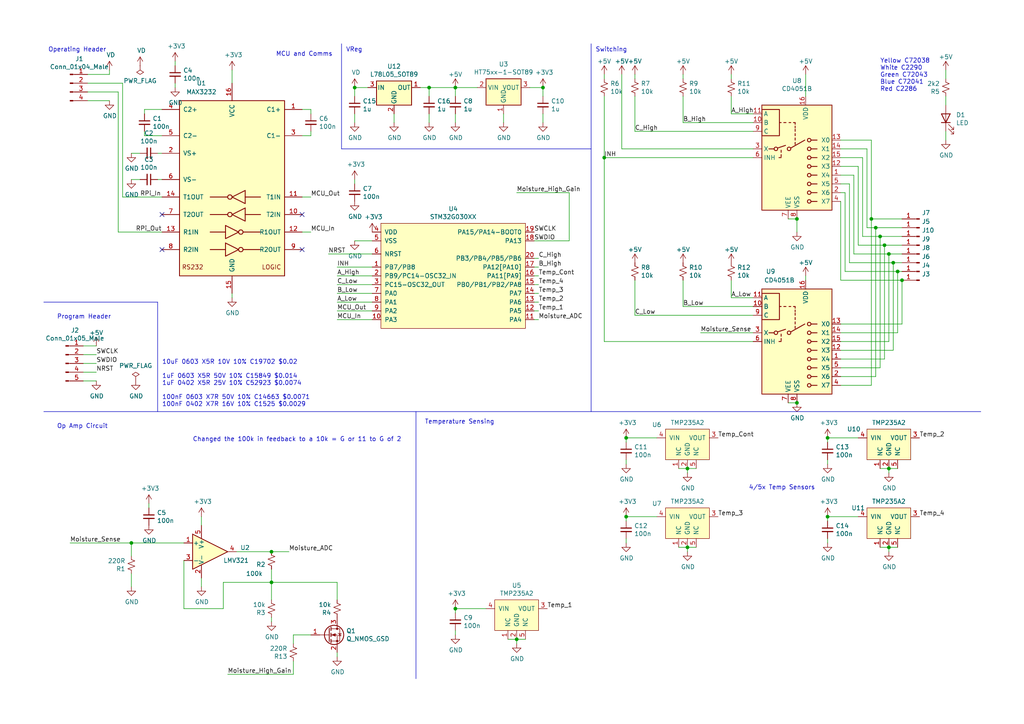
<source format=kicad_sch>
(kicad_sch (version 20230121) (generator eeschema)
  (paper "A4")
  (title_block (title "TempSpike") (date "2021-06-02") (rev "v0.01") (company "University of Cape Town") (comment 2 "If you would like support or to purchase, email") (comment 3 "@Contact: justin.pead@uct.ac.za") (comment 4 "@Author: Justin Pead"))
  (junction (at 257.81 158.75))
  (junction (at 199.39 158.75))
  (junction (at 259.08 76.2))
  (junction (at 132.08 25.4))
  (junction (at 240.03 149.86))
  (junction (at 38.1 157.48))
  (junction (at 231.14 116.84))
  (junction (at 78.74 168.91))
  (junction (at 257.81 135.89))
  (junction (at 132.08 176.53))
  (junction (at 260.35 78.74))
  (junction (at 254 66.04))
  (junction (at 149.86 185.42))
  (junction (at 175.26 45.72))
  (junction (at 181.61 149.86))
  (junction (at 240.03 127))
  (junction (at 199.39 135.89))
  (junction (at 102.87 25.4))
  (junction (at 78.74 160.02))
  (junction (at 231.14 63.5))
  (junction (at 124.46 25.4))
  (junction (at 181.61 127))
  (junction (at 157.48 25.4))
  (junction (at 255.27 68.58))
  (junction (at 252.73 63.5))
  (junction (at 257.81 73.66))
  (junction (at 256.54 71.12))
  (junction (at 261.62 81.28))
  (no_connect (at 87.63 72.39))
  (no_connect (at 46.99 62.23))
  (no_connect (at 87.63 62.23))
  (no_connect (at 46.99 72.39))
  (wire (pts (xy 165.1 69.85) (xy 154.94 69.85)))
  (wire (pts (xy 231.14 116.84) (xy 228.6 116.84)))
  (wire (pts (xy 78.74 168.91) (xy 78.74 165.1)))
  (wire (pts (xy 274.32 20.32) (xy 274.32 22.86)))
  (wire (pts (xy 257.81 99.06) (xy 257.81 73.66)))
  (wire (pts (xy 240.03 149.86) (xy 248.92 149.86)))
  (wire (pts (xy 243.84 99.06) (xy 257.81 99.06)))
  (wire (pts (xy 25.4 29.21) (xy 31.75 29.21)))
  (wire (pts (xy 251.46 66.04) (xy 251.46 43.18)))
  (wire (pts (xy 248.92 127) (xy 240.03 127)))
  (wire (pts (xy 181.61 151.13) (xy 181.61 149.86)))
  (wire (pts (xy 24.13 105.41) (xy 27.94 105.41)))
  (wire (pts (xy 87.63 39.37) (xy 90.17 39.37)))
  (wire (pts (xy 106.68 25.4) (xy 102.87 25.4)))
  (wire (pts (xy 124.46 27.94) (xy 124.46 25.4)))
  (wire (pts (xy 132.08 25.4) (xy 132.08 27.94)))
  (wire (pts (xy 248.92 48.26) (xy 243.84 48.26)))
  (wire (pts (xy 67.31 85.09) (xy 67.31 86.36)))
  (wire (pts (xy 34.29 67.31) (xy 46.99 67.31)))
  (wire (pts (xy 257.81 137.16) (xy 257.81 135.89)))
  (wire (pts (xy 240.03 156.21) (xy 240.03 157.48)))
  (wire (pts (xy 154.94 82.55) (xy 156.21 82.55)))
  (wire (pts (xy 87.63 57.15) (xy 90.17 57.15)))
  (wire (pts (xy 243.84 109.22) (xy 254 109.22)))
  (wire (pts (xy 255.27 158.75) (xy 257.81 158.75)))
  (wire (pts (xy 97.79 85.09) (xy 107.95 85.09)))
  (wire (pts (xy 31.75 21.59) (xy 31.75 20.32)))
  (wire (pts (xy 107.95 82.55) (xy 97.79 82.55)))
  (wire (pts (xy 245.11 55.88) (xy 243.84 55.88)))
  (wire (pts (xy 180.34 43.18) (xy 218.44 43.18)))
  (wire (pts (xy 90.17 39.37) (xy 90.17 38.1)))
  (wire (pts (xy 154.94 80.01) (xy 156.21 80.01)))
  (wire (pts (xy 233.68 27.94) (xy 233.68 21.59)))
  (wire (pts (xy 248.92 71.12) (xy 248.92 48.26)))
  (wire (pts (xy 181.61 133.35) (xy 181.61 134.62)))
  (wire (pts (xy 146.05 33.02) (xy 146.05 35.56)))
  (wire (pts (xy 257.81 158.75) (xy 260.35 158.75)))
  (polyline (pts (xy 99.06 43.18) (xy 171.45 43.18)))
  (wire (pts (xy 97.79 80.01) (xy 107.95 80.01)))
  (wire (pts (xy 252.73 111.76) (xy 252.73 63.5)))
  (wire (pts (xy 147.32 185.42) (xy 149.86 185.42)))
  (wire (pts (xy 184.15 81.28) (xy 184.15 91.44)))
  (wire (pts (xy 25.4 26.67) (xy 34.29 26.67)))
  (wire (pts (xy 50.8 19.05) (xy 50.8 17.78)))
  (wire (pts (xy 259.08 76.2) (xy 259.08 101.6)))
  (wire (pts (xy 240.03 127) (xy 240.03 128.27)))
  (wire (pts (xy 175.26 27.94) (xy 175.26 45.72)))
  (wire (pts (xy 90.17 33.02) (xy 90.17 31.75)))
  (wire (pts (xy 198.12 22.86) (xy 198.12 21.59)))
  (wire (pts (xy 251.46 66.04) (xy 254 66.04)))
  (wire (pts (xy 252.73 63.5) (xy 261.62 63.5)))
  (wire (pts (xy 246.38 53.34) (xy 243.84 53.34)))
  (wire (pts (xy 153.67 25.4) (xy 157.48 25.4)))
  (wire (pts (xy 255.27 135.89) (xy 257.81 135.89)))
  (wire (pts (xy 243.84 93.98) (xy 261.62 93.98)))
  (wire (pts (xy 107.95 77.47) (xy 97.79 77.47)))
  (wire (pts (xy 78.74 168.91) (xy 97.79 168.91)))
  (wire (pts (xy 274.32 38.1) (xy 274.32 40.64)))
  (wire (pts (xy 255.27 106.68) (xy 255.27 68.58)))
  (wire (pts (xy 199.39 135.89) (xy 201.93 135.89)))
  (wire (pts (xy 218.44 88.9) (xy 198.12 88.9)))
  (wire (pts (xy 46.99 39.37) (xy 41.91 39.37)))
  (wire (pts (xy 190.5 127) (xy 181.61 127)))
  (wire (pts (xy 38.1 170.18) (xy 38.1 166.37)))
  (wire (pts (xy 257.81 73.66) (xy 261.62 73.66)))
  (wire (pts (xy 245.11 78.74) (xy 245.11 55.88)))
  (wire (pts (xy 175.26 21.59) (xy 175.26 22.86)))
  (wire (pts (xy 260.35 96.52) (xy 260.35 78.74)))
  (wire (pts (xy 38.1 157.48) (xy 53.34 157.48)))
  (wire (pts (xy 43.18 146.05) (xy 43.18 147.32)))
  (wire (pts (xy 212.09 81.28) (xy 212.09 86.36)))
  (wire (pts (xy 41.91 31.75) (xy 46.99 31.75)))
  (wire (pts (xy 97.79 168.91) (xy 97.79 173.99)))
  (wire (pts (xy 198.12 35.56) (xy 198.12 27.94)))
  (wire (pts (xy 41.91 33.02) (xy 41.91 31.75)))
  (wire (pts (xy 157.48 27.94) (xy 157.48 25.4)))
  (wire (pts (xy 149.86 185.42) (xy 152.4 185.42)))
  (wire (pts (xy 157.48 35.56) (xy 157.48 33.02)))
  (wire (pts (xy 257.81 135.89) (xy 260.35 135.89)))
  (wire (pts (xy 46.99 57.15) (xy 35.56 57.15)))
  (wire (pts (xy 102.87 52.07) (xy 102.87 53.34)))
  (wire (pts (xy 124.46 35.56) (xy 124.46 33.02)))
  (wire (pts (xy 252.73 63.5) (xy 252.73 40.64)))
  (wire (pts (xy 85.09 186.69) (xy 85.09 184.15)))
  (wire (pts (xy 154.94 90.17) (xy 156.21 90.17)))
  (wire (pts (xy 212.09 21.59) (xy 212.09 22.86)))
  (wire (pts (xy 199.39 135.89) (xy 199.39 137.16)))
  (wire (pts (xy 78.74 173.99) (xy 78.74 168.91)))
  (wire (pts (xy 243.84 106.68) (xy 255.27 106.68)))
  (wire (pts (xy 45.72 44.45) (xy 46.99 44.45)))
  (wire (pts (xy 78.74 160.02) (xy 83.82 160.02)))
  (polyline (pts (xy 12.7 119.38) (xy 284.48 119.38)))
  (wire (pts (xy 58.42 149.86) (xy 58.42 152.4)))
  (wire (pts (xy 243.84 111.76) (xy 252.73 111.76)))
  (wire (pts (xy 154.94 85.09) (xy 156.21 85.09)))
  (wire (pts (xy 246.38 76.2) (xy 259.08 76.2)))
  (wire (pts (xy 35.56 57.15) (xy 35.56 24.13)))
  (wire (pts (xy 228.6 63.5) (xy 231.14 63.5)))
  (polyline (pts (xy 45.72 87.63) (xy 45.72 119.38)))
  (wire (pts (xy 254 109.22) (xy 254 66.04)))
  (wire (pts (xy 212.09 86.36) (xy 218.44 86.36)))
  (wire (pts (xy 20.32 157.48) (xy 38.1 157.48)))
  (wire (pts (xy 190.5 149.86) (xy 181.61 149.86)))
  (wire (pts (xy 254 66.04) (xy 261.62 66.04)))
  (wire (pts (xy 24.13 100.33) (xy 27.94 100.33)))
  (wire (pts (xy 85.09 195.58) (xy 85.09 191.77)))
  (wire (pts (xy 260.35 78.74) (xy 245.11 78.74)))
  (wire (pts (xy 102.87 69.85) (xy 107.95 69.85)))
  (wire (pts (xy 124.46 25.4) (xy 121.92 25.4)))
  (wire (pts (xy 175.26 45.72) (xy 218.44 45.72)))
  (wire (pts (xy 199.39 158.75) (xy 199.39 160.02)))
  (wire (pts (xy 198.12 88.9) (xy 198.12 81.28)))
  (wire (pts (xy 154.94 87.63) (xy 156.21 87.63)))
  (wire (pts (xy 243.84 104.14) (xy 256.54 104.14)))
  (wire (pts (xy 87.63 67.31) (xy 90.17 67.31)))
  (wire (pts (xy 58.42 167.64) (xy 58.42 170.18)))
  (wire (pts (xy 259.08 101.6) (xy 243.84 101.6)))
  (wire (pts (xy 50.8 24.13) (xy 50.8 25.4)))
  (wire (pts (xy 95.25 73.66) (xy 107.95 73.66)))
  (wire (pts (xy 66.04 195.58) (xy 85.09 195.58)))
  (wire (pts (xy 97.79 189.23) (xy 97.79 190.5)))
  (wire (pts (xy 199.39 158.75) (xy 201.93 158.75)))
  (wire (pts (xy 212.09 27.94) (xy 212.09 33.02)))
  (wire (pts (xy 243.84 81.28) (xy 243.84 58.42)))
  (wire (pts (xy 25.4 24.13) (xy 35.56 24.13)))
  (wire (pts (xy 149.86 185.42) (xy 149.86 186.69)))
  (wire (pts (xy 184.15 21.59) (xy 184.15 22.86)))
  (wire (pts (xy 154.94 77.47) (xy 156.21 77.47)))
  (wire (pts (xy 38.1 161.29) (xy 38.1 157.48)))
  (wire (pts (xy 90.17 184.15) (xy 85.09 184.15)))
  (wire (pts (xy 196.85 158.75) (xy 199.39 158.75)))
  (wire (pts (xy 64.77 176.53) (xy 64.77 168.91)))
  (wire (pts (xy 97.79 90.17) (xy 107.95 90.17)))
  (wire (pts (xy 261.62 81.28) (xy 261.62 93.98)))
  (wire (pts (xy 175.26 99.06) (xy 218.44 99.06)))
  (wire (pts (xy 107.95 92.71) (xy 97.79 92.71)))
  (wire (pts (xy 53.34 176.53) (xy 64.77 176.53)))
  (wire (pts (xy 24.13 110.49) (xy 27.94 110.49)))
  (polyline (pts (xy 120.65 119.38) (xy 120.65 196.85)))
  (wire (pts (xy 218.44 35.56) (xy 198.12 35.56)))
  (wire (pts (xy 231.14 67.31) (xy 231.14 63.5)))
  (wire (pts (xy 154.94 74.93) (xy 156.21 74.93)))
  (wire (pts (xy 67.31 20.32) (xy 67.31 24.13)))
  (wire (pts (xy 114.3 33.02) (xy 114.3 35.56)))
  (wire (pts (xy 46.99 52.07) (xy 45.72 52.07)))
  (wire (pts (xy 250.19 68.58) (xy 255.27 68.58)))
  (polyline (pts (xy 171.45 12.7) (xy 171.45 119.38)))
  (wire (pts (xy 196.85 135.89) (xy 199.39 135.89)))
  (wire (pts (xy 259.08 76.2) (xy 261.62 76.2)))
  (wire (pts (xy 247.65 50.8) (xy 243.84 50.8)))
  (wire (pts (xy 34.29 26.67) (xy 34.29 67.31)))
  (wire (pts (xy 64.77 168.91) (xy 78.74 168.91)))
  (wire (pts (xy 260.35 78.74) (xy 261.62 78.74)))
  (wire (pts (xy 140.97 176.53) (xy 132.08 176.53)))
  (wire (pts (xy 255.27 68.58) (xy 261.62 68.58)))
  (wire (pts (xy 102.87 25.4) (xy 102.87 27.94)))
  (wire (pts (xy 250.19 68.58) (xy 250.19 45.72)))
  (wire (pts (xy 149.86 55.88) (xy 165.1 55.88)))
  (wire (pts (xy 256.54 104.14) (xy 256.54 71.12)))
  (wire (pts (xy 132.08 182.88) (xy 132.08 184.15)))
  (wire (pts (xy 247.65 73.66) (xy 247.65 50.8)))
  (wire (pts (xy 165.1 55.88) (xy 165.1 69.85)))
  (polyline (pts (xy 12.7 87.63) (xy 45.72 87.63)))
  (wire (pts (xy 102.87 33.02) (xy 102.87 35.56)))
  (wire (pts (xy 252.73 40.64) (xy 243.84 40.64)))
  (wire (pts (xy 90.17 31.75) (xy 87.63 31.75)))
  (polyline (pts (xy 99.06 12.7) (xy 99.06 43.18)))
  (wire (pts (xy 246.38 76.2) (xy 246.38 53.34)))
  (wire (pts (xy 25.4 21.59) (xy 31.75 21.59)))
  (wire (pts (xy 132.08 33.02) (xy 132.08 35.56)))
  (wire (pts (xy 41.91 39.37) (xy 41.91 38.1)))
  (wire (pts (xy 132.08 25.4) (xy 138.43 25.4)))
  (wire (pts (xy 107.95 87.63) (xy 97.79 87.63)))
  (wire (pts (xy 257.81 158.75) (xy 257.81 160.02)))
  (wire (pts (xy 38.1 52.07) (xy 40.64 52.07)))
  (wire (pts (xy 256.54 71.12) (xy 261.62 71.12)))
  (wire (pts (xy 132.08 25.4) (xy 124.46 25.4)))
  (wire (pts (xy 38.1 44.45) (xy 40.64 44.45)))
  (wire (pts (xy 250.19 45.72) (xy 243.84 45.72)))
  (wire (pts (xy 212.09 33.02) (xy 218.44 33.02)))
  (wire (pts (xy 243.84 96.52) (xy 260.35 96.52)))
  (wire (pts (xy 180.34 21.59) (xy 180.34 43.18)))
  (wire (pts (xy 261.62 81.28) (xy 243.84 81.28)))
  (wire (pts (xy 257.81 73.66) (xy 247.65 73.66)))
  (wire (pts (xy 240.03 133.35) (xy 240.03 134.62)))
  (wire (pts (xy 218.44 96.52) (xy 203.2 96.52)))
  (wire (pts (xy 181.61 157.48) (xy 181.61 156.21)))
  (wire (pts (xy 181.61 127) (xy 181.61 128.27)))
  (wire (pts (xy 240.03 149.86) (xy 240.03 151.13)))
  (wire (pts (xy 24.13 102.87) (xy 27.94 102.87)))
  (wire (pts (xy 78.74 180.34) (xy 78.74 179.07)))
  (wire (pts (xy 184.15 38.1) (xy 218.44 38.1)))
  (wire (pts (xy 68.58 160.02) (xy 78.74 160.02)))
  (wire (pts (xy 274.32 27.94) (xy 274.32 30.48)))
  (wire (pts (xy 24.13 107.95) (xy 27.94 107.95)))
  (wire (pts (xy 53.34 162.56) (xy 53.34 176.53)))
  (wire (pts (xy 184.15 27.94) (xy 184.15 38.1)))
  (wire (pts (xy 184.15 91.44) (xy 218.44 91.44)))
  (wire (pts (xy 233.68 80.01) (xy 233.68 81.28)))
  (wire (pts (xy 132.08 176.53) (xy 132.08 177.8)))
  (wire (pts (xy 251.46 43.18) (xy 243.84 43.18)))
  (wire (pts (xy 248.92 71.12) (xy 256.54 71.12)))
  (wire (pts (xy 154.94 92.71) (xy 156.21 92.71)))
  (wire (pts (xy 175.26 45.72) (xy 175.26 99.06)))
  (text "4/5x Temp Sensors" (at 217.17 142.24 0) (effects (font (size 1.27 1.27)) (justify left bottom)))
  (text "Switching" (at 172.72 15.24 0) (effects (font (size 1.27 1.27)) (justify left bottom)))
  (text "10uF 0603 X5R 10V 10% C19702 $0.02\n\n1uF 0603 X5R 50V 10% C15849 $0.014\n1uF 0402 X5R 25V 10% C52923 $0.0074\n\n100nF 0603 X7R 50V 10% C14663 $0.0071\n100nF 0402 X7R 16V 10% C1525 $0.0029\n" (at 46.99 118.11 0) (effects (font (size 1.27 1.27)) (justify left bottom)))
  (text "Operating Header" (at 13.97 15.24 0) (effects (font (size 1.27 1.27)) (justify left bottom)))
  (text "Program Header" (at 16.51 92.71 0) (effects (font (size 1.27 1.27)) (justify left bottom)))
  (text "Changed the 100k in feedback to a 10k = G or 11 to G of 2" (at 55.88 128.27 0) (effects (font (size 1.27 1.27)) (justify left bottom)))
  (text "Yellow C72038\nWhite C2290\nGreen C72043\nBlue C72041\nRed C2286" (at 255.27 26.67 0) (effects (font (size 1.27 1.27)) (justify left bottom)))
  (text "Op Amp Circuit" (at 16.51 124.46 0) (effects (font (size 1.27 1.27)) (justify left bottom)))
  (text "Temperature Sensing" (at 123.19 123.19 0) (effects (font (size 1.27 1.27)) (justify left bottom)))
  (text "VReg" (at 100.33 15.24 0) (effects (font (size 1.27 1.27)) (justify left bottom)))
  (text "MCU and Comms" (at 80.01 16.51 0) (effects (font (size 1.27 1.27)) (justify left bottom)))
  (label "SWDIO" (at 27.94 105.41 0))
  (label "Moisture_Sense" (at 203.2 96.52 0))
  (label "A_Low" (at 212.09 86.36 0))
  (label "B_High" (at 198.12 35.56 0))
  (label "Temp_2" (at 266.7 127 0))
  (label "RPi_Out" (at 39.37 67.31 0))
  (label "Moisture_High_Gain" (at 66.04 195.58 0))
  (label "C_Low" (at 184.15 91.44 0))
  (label "B_Low" (at 198.12 88.9 0))
  (label "INH" (at 97.79 77.47 0))
  (label "Temp_4" (at 266.7 149.86 0))
  (label "Temp_4" (at 156.21 82.55 0))
  (label "C_Low" (at 97.79 82.55 0))
  (label "MCU_Out" (at 90.17 57.15 0))
  (label "MCU_Out" (at 97.79 90.17 0))
  (label "Moisture_Sense" (at 20.32 157.48 0))
  (label "Temp_3" (at 208.28 149.86 0))
  (label "NRST" (at 95.25 73.66 0))
  (label "MCU_In" (at 90.17 67.31 0))
  (label "INH" (at 175.26 45.72 0))
  (label "SWDIO" (at 154.94 69.85 0))
  (label "Temp_1" (at 158.75 176.53 0))
  (label "A_High" (at 97.79 80.01 0))
  (label "RPi_In" (at 40.64 57.15 0))
  (label "B_High" (at 156.21 77.47 0))
  (label "A_Low" (at 97.79 87.63 0))
  (label "Temp_1" (at 156.21 90.17 0))
  (label "Moisture_ADC" (at 83.82 160.02 0))
  (label "A_High" (at 212.09 33.02 0))
  (label "C_High" (at 184.15 38.1 0))
  (label "B_Low" (at 97.79 85.09 0))
  (label "Temp_2" (at 156.21 87.63 0))
  (label "MCU_In" (at 97.79 92.71 0))
  (label "NRST" (at 27.94 107.95 0))
  (label "Temp_3" (at 156.21 85.09 0))
  (label "Moisture_High_Gain" (at 149.86 55.88 0))
  (label "Temp_Cont" (at 156.21 80.01 0))
  (label "C_High" (at 156.21 74.93 0))
  (label "Temp_Cont" (at 208.28 127 0))
  (label "SWCLK" (at 27.94 102.87 0))
  (label "Moisture_ADC" (at 156.21 92.71 0))
  (label "SWCLK" (at 154.94 67.31 0))
  (symbol (lib_id "Interface_UART:MAX3232") (at 67.31 54.61 0) (mirror y) (unit 1)
    (property "Reference" "U1" (at 58.42 24.13 0))
    (property "Value" "MAX3232" (at 58.42 26.67 0))
    (property "Footprint" "Package_SO:SOIC-16_3.9x9.9mm_P1.27mm" (effects hide))
    (property "Datasheet" "https://datasheets.maximintegrated.com/en/ds/MAX3222-MAX3241.pdf" (effects hide))
    (property "LCSC" "C7258" (effects hide))
    (property "Extended" "1" (effects hide))
    (property "Populate" "1" (effects hide))
    (property "Price" "1.15" (effects hide))
  )
  (symbol (lib_id "Analog_Switch:CD4051B") (at 231.14 99.06 0) (unit 1)
    (property "Reference" "U9" (at 223.52 78.74 0))
    (property "Value" "CD4051B" (at 226.06 81.28 0))
    (property "Footprint" "Package_SO:SOIC-16_3.9x9.9mm_P1.27mm" (effects hide))
    (property "Datasheet" "http://www.ti.com/lit/ds/symlink/cd4052b.pdf" (effects hide))
    (property "LCSC" "C21379" (effects hide))
    (property "Extended" "0" (effects hide))
    (property "Populate" "1" (effects hide))
    (property "Price" "0.4" (effects hide))
  )
  (symbol (lib_id "Analog_Switch:CD4051B") (at 231.14 45.72 0) (unit 1)
    (property "Reference" "U8" (at 231.14 23.4188 0))
    (property "Value" "CD4051B" (at 231.14 25.7302 0))
    (property "Footprint" "Package_SO:SOIC-16_3.9x9.9mm_P1.27mm" (effects hide))
    (property "Datasheet" "http://www.ti.com/lit/ds/symlink/cd4052b.pdf" (effects hide))
    (property "LCSC" "C21379" (effects hide))
    (property "Extended" "0" (effects hide))
    (property "Populate" "1" (effects hide))
    (property "Price" "0.4" (effects hide))
  )
  (symbol (lib_id "Connector:Conn_01x04_Male") (at 20.32 24.13 0) (unit 1)
    (property "Reference" "J1" (at 23.0124 17.0688 0))
    (property "Value" "Conn_01x04_Male" (at 23.0124 19.3802 0))
    (property "Footprint" "Connector_PinHeader_2.54mm:PinHeader_1x04_P2.54mm_Vertical" (effects hide))
    (property "LCSC" "0" (effects hide))
    (property "Extended" "0" (effects hide))
    (property "Populate" "0" (effects hide))
    (property "Price" "0" (effects hide))
  )
  (symbol (lib_id "power:GND") (at 31.75 29.21 0) (unit 1)
    (property "Reference" "#PWR02" (effects hide))
    (property "Value" "GND" (at 31.877 33.6042 0))
  )
  (symbol (lib_id "Device:C_Small") (at 41.91 35.56 0) (unit 1)
    (property "Reference" "C1" (at 44.2468 34.3916 0) (effects (justify left)))
    (property "Value" "100n" (at 44.2468 36.703 0) (effects (justify left)))
    (property "Footprint" "Capacitor_SMD:C_0402_1005Metric" (effects hide))
    (property "LCSC" "C1525" (effects hide))
    (property "Extended" "0" (effects hide))
    (property "Populate" "1" (effects hide))
    (property "Price" "0.001" (effects hide))
  )
  (symbol (lib_id "Device:C_Small") (at 90.17 35.56 0) (unit 1)
    (property "Reference" "C6" (at 92.5068 34.3916 0) (effects (justify left)))
    (property "Value" "100n" (at 92.5068 36.703 0) (effects (justify left)))
    (property "Footprint" "Capacitor_SMD:C_0402_1005Metric" (effects hide))
    (property "LCSC" "C1525" (effects hide))
    (property "Extended" "0" (effects hide))
    (property "Populate" "1" (effects hide))
    (property "Price" "0.001" (effects hide))
  )
  (symbol (lib_id "Device:C_Small") (at 43.18 44.45 270) (unit 1)
    (property "Reference" "C2" (at 43.18 38.6334 90))
    (property "Value" "100n" (at 43.18 40.9448 90))
    (property "Footprint" "Capacitor_SMD:C_0402_1005Metric" (effects hide))
    (property "LCSC" "C1525" (effects hide))
    (property "Extended" "0" (effects hide))
    (property "Populate" "1" (effects hide))
    (property "Price" "0.001" (effects hide))
  )
  (symbol (lib_id "Device:C_Small") (at 43.18 52.07 270) (unit 1)
    (property "Reference" "C3" (at 43.18 46.2534 90))
    (property "Value" "100n" (at 43.18 48.5648 90))
    (property "Footprint" "Capacitor_SMD:C_0402_1005Metric" (effects hide))
    (property "LCSC" "C1525" (effects hide))
    (property "Extended" "0" (effects hide))
    (property "Populate" "1" (effects hide))
    (property "Price" "0.001" (effects hide))
  )
  (symbol (lib_id "Device:C_Small") (at 50.8 21.59 0) (unit 1)
    (property "Reference" "C4" (at 53.1368 20.4216 0) (effects (justify left)))
    (property "Value" "100n" (at 53.1368 22.733 0) (effects (justify left)))
    (property "Footprint" "Capacitor_SMD:C_0402_1005Metric" (effects hide))
    (property "LCSC" "C1525" (effects hide))
    (property "Extended" "0" (effects hide))
    (property "Populate" "1" (effects hide))
    (property "Price" "0.001" (effects hide))
  )
  (symbol (lib_id "power:GND") (at 67.31 86.36 0) (unit 1)
    (property "Reference" "#PWR011" (effects hide))
    (property "Value" "GND" (at 67.437 90.7542 0))
  )
  (symbol (lib_id "power:GND") (at 50.8 25.4 0) (unit 1)
    (property "Reference" "#PWR07" (effects hide))
    (property "Value" "GND" (at 50.927 29.7942 0))
  )
  (symbol (lib_id "power:+5V") (at 233.68 21.59 0) (unit 1)
    (property "Reference" "#PWR046" (effects hide))
    (property "Value" "+5V" (at 233.68 17.78 0))
  )
  (symbol (lib_id "power:GND") (at 231.14 67.31 0) (unit 1)
    (property "Reference" "#PWR044" (effects hide))
    (property "Value" "GND" (at 231.267 71.7042 0))
  )
  (symbol (lib_id "power:GND") (at 231.14 116.84 0) (unit 1)
    (property "Reference" "#PWR045" (effects hide))
    (property "Value" "GND" (at 231.267 121.2342 0))
  )
  (symbol (lib_id "power:+5V") (at 233.68 80.01 0) (unit 1)
    (property "Reference" "#PWR047" (effects hide))
    (property "Value" "+5V" (at 233.68 76.2 0))
  )
  (symbol (lib_id "power:+5V") (at 212.09 21.59 0) (unit 1)
    (property "Reference" "#PWR042" (effects hide))
    (property "Value" "+5V" (at 212.09 17.78 0))
  )
  (symbol (lib_id "Device:R_Small_US") (at 212.09 25.4 0) (unit 1)
    (property "Reference" "R11" (at 213.8172 24.2316 0) (effects (justify left)))
    (property "Value" "10k" (at 213.8172 26.543 0) (effects (justify left)))
    (property "Footprint" "Resistor_SMD:R_0402_1005Metric" (effects hide))
    (property "Extended" "0" (effects hide))
    (property "LCSC" "C25744" (effects hide))
    (property "Populate" "1" (effects hide))
    (property "Price" "0.0007" (effects hide))
  )
  (symbol (lib_id "power:+5V") (at 198.12 21.59 0) (unit 1)
    (property "Reference" "#PWR038" (effects hide))
    (property "Value" "+5V" (at 198.12 17.78 0))
  )
  (symbol (lib_id "Device:R_Small_US") (at 198.12 25.4 0) (unit 1)
    (property "Reference" "R9" (at 199.8472 24.2316 0) (effects (justify left)))
    (property "Value" "10k" (at 199.8472 26.543 0) (effects (justify left)))
    (property "Footprint" "Resistor_SMD:R_0402_1005Metric" (effects hide))
    (property "Extended" "0" (effects hide))
    (property "LCSC" "C25744" (effects hide))
    (property "Populate" "1" (effects hide))
    (property "Price" "0.0007" (effects hide))
  )
  (symbol (lib_id "power:+5V") (at 184.15 21.59 0) (unit 1)
    (property "Reference" "#PWR036" (effects hide))
    (property "Value" "+5V" (at 184.15 17.78 0))
  )
  (symbol (lib_id "Device:R_Small_US") (at 184.15 25.4 0) (unit 1)
    (property "Reference" "R7" (at 185.8772 24.2316 0) (effects (justify left)))
    (property "Value" "10k" (at 185.8772 26.543 0) (effects (justify left)))
    (property "Footprint" "Resistor_SMD:R_0402_1005Metric" (effects hide))
    (property "Extended" "0" (effects hide))
    (property "LCSC" "C25744" (effects hide))
    (property "Populate" "1" (effects hide))
    (property "Price" "0.0007" (effects hide))
  )
  (symbol (lib_id "power:+5V") (at 175.26 21.59 0) (unit 1)
    (property "Reference" "#PWR030" (effects hide))
    (property "Value" "+5V" (at 175.26 17.78 0))
  )
  (symbol (lib_id "Device:R_Small_US") (at 175.26 25.4 0) (unit 1)
    (property "Reference" "R6" (at 176.9872 24.2316 0) (effects (justify left)))
    (property "Value" "10k" (at 176.9872 26.543 0) (effects (justify left)))
    (property "Footprint" "Resistor_SMD:R_0402_1005Metric" (effects hide))
    (property "Extended" "0" (effects hide))
    (property "LCSC" "C25744" (effects hide))
    (property "Populate" "1" (effects hide))
    (property "Price" "0.0007" (effects hide))
  )
  (symbol (lib_id "power:+5V") (at 180.34 21.59 0) (unit 1)
    (property "Reference" "#PWR031" (effects hide))
    (property "Value" "+5V" (at 180.34 17.78 0))
  )
  (symbol (lib_id "power:+5V") (at 212.09 76.2 0) (unit 1)
    (property "Reference" "#PWR043" (effects hide))
    (property "Value" "+5V" (at 212.09 72.39 0))
  )
  (symbol (lib_id "Device:R_Small_US") (at 212.09 78.74 0) (unit 1)
    (property "Reference" "R12" (at 213.8172 77.5716 0) (effects (justify left)))
    (property "Value" "10k" (at 213.8172 79.883 0) (effects (justify left)))
    (property "Footprint" "Resistor_SMD:R_0402_1005Metric" (effects hide))
    (property "Extended" "0" (effects hide))
    (property "LCSC" "C25744" (effects hide))
    (property "Populate" "1" (effects hide))
    (property "Price" "0.0007" (effects hide))
  )
  (symbol (lib_id "power:+5V") (at 198.12 76.2 0) (unit 1)
    (property "Reference" "#PWR039" (effects hide))
    (property "Value" "+5V" (at 198.12 72.39 0))
  )
  (symbol (lib_id "Device:R_Small_US") (at 198.12 78.74 0) (unit 1)
    (property "Reference" "R10" (at 199.8472 77.5716 0) (effects (justify left)))
    (property "Value" "10k" (at 199.8472 79.883 0) (effects (justify left)))
    (property "Footprint" "Resistor_SMD:R_0402_1005Metric" (effects hide))
    (property "Extended" "0" (effects hide))
    (property "LCSC" "C25744" (effects hide))
    (property "Populate" "1" (effects hide))
    (property "Price" "0.0007" (effects hide))
  )
  (symbol (lib_id "power:+5V") (at 184.15 76.2 0) (unit 1)
    (property "Reference" "#PWR037" (effects hide))
    (property "Value" "+5V" (at 184.15 72.39 0))
  )
  (symbol (lib_id "Device:R_Small_US") (at 184.15 78.74 0) (unit 1)
    (property "Reference" "R8" (at 185.8772 77.5716 0) (effects (justify left)))
    (property "Value" "10k" (at 185.8772 79.883 0) (effects (justify left)))
    (property "Footprint" "Resistor_SMD:R_0402_1005Metric" (effects hide))
    (property "Extended" "0" (effects hide))
    (property "LCSC" "C25744" (effects hide))
    (property "Populate" "1" (effects hide))
    (property "Price" "0.0007" (effects hide))
  )
  (symbol (lib_id "Connector:Conn_01x01_Male") (at 266.7 81.28 180) (unit 1)
    (property "Reference" "J3" (at 267.3858 79.502 0) (effects (justify right)))
    (property "Value" "Conn_01x01_Male" (effects hide))
    (property "Footprint" "TestPoint:TestPoint_Pad_2.0x2.0mm" (effects hide))
    (property "LCSC" "0" (effects hide))
    (property "Extended" "0" (effects hide))
    (property "Populate" "0" (effects hide))
    (property "Price" "0" (effects hide))
  )
  (symbol (lib_id "Connector:Conn_01x01_Male") (at 266.7 78.74 180) (unit 1)
    (property "Reference" "J4" (at 267.3858 76.962 0) (effects (justify right)))
    (property "Value" "Conn_01x01_Male" (effects hide))
    (property "Footprint" "TestPoint:TestPoint_Pad_2.0x2.0mm" (effects hide))
    (property "LCSC" "0" (effects hide))
    (property "Extended" "0" (effects hide))
    (property "Populate" "0" (effects hide))
    (property "Price" "0" (effects hide))
  )
  (symbol (lib_id "Connector:Conn_01x01_Male") (at 266.7 66.04 180) (unit 1)
    (property "Reference" "J5" (at 267.3858 64.262 0) (effects (justify right)))
    (property "Value" "Conn_01x01_Male" (effects hide))
    (property "Footprint" "TestPoint:TestPoint_Pad_2.0x2.0mm" (effects hide))
    (property "LCSC" "0" (effects hide))
    (property "Extended" "0" (effects hide))
    (property "Populate" "0" (effects hide))
    (property "Price" "0" (effects hide))
  )
  (symbol (lib_id "Connector:Conn_01x01_Male") (at 266.7 76.2 180) (unit 1)
    (property "Reference" "J6" (at 267.3858 74.422 0) (effects (justify right)))
    (property "Value" "Conn_01x01_Male" (effects hide))
    (property "Footprint" "TestPoint:TestPoint_Pad_2.0x2.0mm" (effects hide))
    (property "LCSC" "0" (effects hide))
    (property "Extended" "0" (effects hide))
    (property "Populate" "0" (effects hide))
    (property "Price" "0" (effects hide))
  )
  (symbol (lib_id "Connector:Conn_01x01_Male") (at 266.7 63.5 180) (unit 1)
    (property "Reference" "J7" (at 267.3858 61.722 0) (effects (justify right)))
    (property "Value" "Conn_01x01_Male" (effects hide))
    (property "Footprint" "TestPoint:TestPoint_Pad_2.0x2.0mm" (effects hide))
    (property "LCSC" "0" (effects hide))
    (property "Extended" "0" (effects hide))
    (property "Populate" "0" (effects hide))
    (property "Price" "0" (effects hide))
  )
  (symbol (lib_id "Connector:Conn_01x01_Male") (at 266.7 73.66 180) (unit 1)
    (property "Reference" "J8" (at 267.3858 71.882 0) (effects (justify right)))
    (property "Value" "Conn_01x01_Male" (effects hide))
    (property "Footprint" "TestPoint:TestPoint_Pad_2.0x2.0mm" (effects hide))
    (property "LCSC" "0" (effects hide))
    (property "Extended" "0" (effects hide))
    (property "Populate" "0" (effects hide))
    (property "Price" "0" (effects hide))
  )
  (symbol (lib_id "Connector:Conn_01x01_Male") (at 266.7 71.12 180) (unit 1)
    (property "Reference" "J9" (at 267.3858 69.342 0) (effects (justify right)))
    (property "Value" "Conn_01x01_Male" (effects hide))
    (property "Footprint" "TestPoint:TestPoint_Pad_2.0x2.0mm" (effects hide))
    (property "LCSC" "0" (effects hide))
    (property "Extended" "0" (effects hide))
    (property "Populate" "0" (effects hide))
    (property "Price" "0" (effects hide))
  )
  (symbol (lib_id "Connector:Conn_01x01_Male") (at 266.7 68.58 180) (unit 1)
    (property "Reference" "J10" (at 267.3858 66.802 0) (effects (justify right)))
    (property "Value" "Conn_01x01_Male" (effects hide))
    (property "Footprint" "TestPoint:TestPoint_Pad_2.0x2.0mm" (effects hide))
    (property "LCSC" "0" (effects hide))
    (property "Extended" "0" (effects hide))
    (property "Populate" "0" (effects hide))
    (property "Price" "0" (effects hide))
  )
  (symbol (lib_id "MyDevices:STM32G030XX") (at 133.35 87.63 0) (unit 1)
    (property "Reference" "U4" (at 131.445 60.579 0))
    (property "Value" "STM32G030XX" (at 131.445 62.8904 0))
    (property "Footprint" "Package_SO:TSSOP-20_4.4x6.5mm_P0.65mm" (effects hide))
    (property "LCSC" "C724040" (effects hide))
    (property "Alt_LCSC" "C529330" (effects hide))
    (property "Extended" "1" (effects hide))
    (property "Populate" "1" (effects hide))
    (property "Price" "1" (effects hide))
  )
  (symbol (lib_id "power:GND") (at 146.05 35.56 0) (unit 1)
    (property "Reference" "#PWR024" (effects hide))
    (property "Value" "GND" (at 146.177 39.9542 0))
  )
  (symbol (lib_id "power:+5V") (at 132.08 25.4 0) (unit 1)
    (property "Reference" "#PWR020" (effects hide))
    (property "Value" "+5V" (at 132.08 21.59 0))
  )
  (symbol (lib_id "power:+3V3") (at 157.48 25.4 0) (unit 1)
    (property "Reference" "#PWR027" (effects hide))
    (property "Value" "+3V3" (at 157.861 21.0058 0))
  )
  (symbol (lib_id "Device:C_Small") (at 132.08 30.48 0) (unit 1)
    (property "Reference" "C8" (at 134.4168 29.3116 0) (effects (justify left)))
    (property "Value" "1u" (at 134.4168 31.623 0) (effects (justify left)))
    (property "Footprint" "Capacitor_SMD:C_0402_1005Metric" (effects hide))
    (property "LCSC" "C52923" (effects hide))
    (property "Extended" "0" (effects hide))
    (property "Populate" "1" (effects hide))
    (property "Price" "0.04" (effects hide))
  )
  (symbol (lib_id "Device:C_Small") (at 157.48 30.48 0) (unit 1)
    (property "Reference" "C10" (at 159.8168 29.3116 0) (effects (justify left)))
    (property "Value" "1u" (at 159.8168 31.623 0) (effects (justify left)))
    (property "Footprint" "Capacitor_SMD:C_0402_1005Metric" (effects hide))
    (property "LCSC" "C52923" (effects hide))
    (property "Extended" "0" (effects hide))
    (property "Populate" "1" (effects hide))
    (property "Price" "0.04" (effects hide))
  )
  (symbol (lib_id "Device:C_Small") (at 102.87 55.88 0) (unit 1)
    (property "Reference" "C7" (at 105.2068 54.7116 0) (effects (justify left)))
    (property "Value" "100n" (at 105.2068 57.023 0) (effects (justify left)))
    (property "Footprint" "Capacitor_SMD:C_0402_1005Metric" (effects hide))
    (property "LCSC" "C1525" (effects hide))
    (property "Extended" "0" (effects hide))
    (property "Populate" "1" (effects hide))
    (property "Price" "0.001" (effects hide))
  )
  (symbol (lib_id "power:GND") (at 157.48 35.56 0) (unit 1)
    (property "Reference" "#PWR028" (effects hide))
    (property "Value" "GND" (at 157.607 39.9542 0))
  )
  (symbol (lib_id "power:GND") (at 132.08 35.56 0) (unit 1)
    (property "Reference" "#PWR021" (effects hide))
    (property "Value" "GND" (at 132.207 39.9542 0))
  )
  (symbol (lib_id "power:+3V3") (at 107.95 67.31 0) (unit 1)
    (property "Reference" "#PWR018" (effects hide))
    (property "Value" "+3V3" (at 108.331 62.9158 0))
  )
  (symbol (lib_id "power:+3V3") (at 102.87 52.07 0) (unit 1)
    (property "Reference" "#PWR015" (effects hide))
    (property "Value" "+3V3" (at 103.251 47.6758 0))
  )
  (symbol (lib_id "power:GND") (at 102.87 58.42 0) (unit 1)
    (property "Reference" "#PWR016" (effects hide))
    (property "Value" "GND" (at 102.997 62.8142 0))
  )
  (symbol (lib_id "power:GND") (at 102.87 69.85 0) (unit 1)
    (property "Reference" "#PWR017" (effects hide))
    (property "Value" "GND" (at 102.997 74.2442 0))
  )
  (symbol (lib_id "Device:R_Small_US") (at 38.1 163.83 180) (unit 1)
    (property "Reference" "R1" (at 36.3728 164.9984 0) (effects (justify left)))
    (property "Value" "220R" (at 36.3728 162.687 0) (effects (justify left)))
    (property "Footprint" "Resistor_SMD:R_0805_2012Metric" (effects hide))
    (property "Extended" "0" (effects hide))
    (property "LCSC" "C17557" (effects hide))
    (property "Populate" "1" (effects hide))
    (property "Price" "0.0019" (effects hide))
  )
  (symbol (lib_id "power:+3V3") (at 58.42 149.86 0) (unit 1)
    (property "Reference" "#PWR012" (effects hide))
    (property "Value" "+3V3" (at 58.801 145.4658 0))
  )
  (symbol (lib_id "power:GND") (at 58.42 170.18 0) (unit 1)
    (property "Reference" "#PWR013" (effects hide))
    (property "Value" "GND" (at 58.547 174.5742 0))
  )
  (symbol (lib_id "TempSpike-rescue:TMP235A2-MyDevices") (at 199.39 125.73 0) (unit 1)
    (property "Reference" "U6" (at 190.5 123.19 0))
    (property "Value" "TMP235A2" (at 199.39 122.5804 0))
    (property "Footprint" "Package_TO_SOT_SMD:SOT-353_SC-70-5" (effects hide))
    (property "LCSC" "C2868485" (effects hide))
    (property "Extended" "1" (effects hide))
    (property "Populate" "1" (effects hide))
    (property "Price" "1" (effects hide))
  )
  (symbol (lib_id "power:GND") (at 38.1 170.18 0) (unit 1)
    (property "Reference" "#PWR05" (effects hide))
    (property "Value" "GND" (at 38.227 174.5742 0))
  )
  (symbol (lib_id "TempSpike-rescue:TMP235A2-MyDevices") (at 199.39 148.59 0) (unit 1)
    (property "Reference" "U7" (at 190.5 146.05 0))
    (property "Value" "TMP235A2" (at 199.39 145.4404 0))
    (property "Footprint" "Package_TO_SOT_SMD:SOT-353_SC-70-5" (effects hide))
    (property "LCSC" "C2868485" (effects hide))
    (property "Extended" "1" (effects hide))
    (property "Populate" "1" (effects hide))
    (property "Price" "1" (effects hide))
  )
  (symbol (lib_id "TempSpike-rescue:TMP235A2-MyDevices") (at 257.81 125.73 0) (unit 1)
    (property "Reference" "U10" (at 247.65 124.46 0))
    (property "Value" "TMP235A2" (at 257.81 122.5804 0))
    (property "Footprint" "Package_TO_SOT_SMD:SOT-353_SC-70-5" (effects hide))
    (property "LCSC" "C2868485" (effects hide))
    (property "Extended" "1" (effects hide))
    (property "Populate" "1" (effects hide))
    (property "Price" "1" (effects hide))
  )
  (symbol (lib_id "TempSpike-rescue:TMP235A2-MyDevices") (at 257.81 148.59 0) (unit 1)
    (property "Reference" "U11" (at 248.92 147.32 0))
    (property "Value" "TMP235A2" (at 257.81 145.4404 0))
    (property "Footprint" "Package_TO_SOT_SMD:SOT-353_SC-70-5" (effects hide))
    (property "LCSC" "C2868485" (effects hide))
    (property "Extended" "1" (effects hide))
    (property "Populate" "1" (effects hide))
    (property "Price" "1" (effects hide))
  )
  (symbol (lib_id "power:+3V3") (at 181.61 127 0) (unit 1)
    (property "Reference" "#PWR032" (effects hide))
    (property "Value" "+3V3" (at 181.991 122.6058 0))
  )
  (symbol (lib_id "Device:C_Small") (at 181.61 130.81 0) (unit 1)
    (property "Reference" "C11" (at 183.9468 129.6416 0) (effects (justify left)))
    (property "Value" "100n" (at 183.9468 131.953 0) (effects (justify left)))
    (property "Footprint" "Capacitor_SMD:C_0402_1005Metric" (effects hide))
    (property "LCSC" "C1525" (effects hide))
    (property "Extended" "0" (effects hide))
    (property "Populate" "1" (effects hide))
    (property "Price" "0.001" (effects hide))
  )
  (symbol (lib_id "Device:R_Small_US") (at 78.74 162.56 180) (unit 1)
    (property "Reference" "R2" (at 77.0128 163.7284 0) (effects (justify left)))
    (property "Value" "100k" (at 76.2 166.37 0) (effects (justify left)))
    (property "Footprint" "Resistor_SMD:R_0805_2012Metric" (effects hide))
    (property "Extended" "0" (effects hide))
    (property "LCSC" "C149504" (effects hide))
    (property "Populate" "1" (effects hide))
    (property "Price" "0.0017" (effects hide))
  )
  (symbol (lib_id "power:GND") (at 181.61 134.62 0) (unit 1)
    (property "Reference" "#PWR033" (effects hide))
    (property "Value" "GND" (at 181.737 139.0142 0))
  )
  (symbol (lib_id "power:+3V3") (at 181.61 149.86 0) (unit 1)
    (property "Reference" "#PWR034" (effects hide))
    (property "Value" "+3V3" (at 181.991 145.4658 0))
  )
  (symbol (lib_id "Device:C_Small") (at 181.61 153.67 0) (unit 1)
    (property "Reference" "C12" (at 183.9468 152.5016 0) (effects (justify left)))
    (property "Value" "100n" (at 183.9468 154.813 0) (effects (justify left)))
    (property "Footprint" "Capacitor_SMD:C_0402_1005Metric" (effects hide))
    (property "LCSC" "C1525" (effects hide))
    (property "Extended" "0" (effects hide))
    (property "Populate" "1" (effects hide))
    (property "Price" "0.001" (effects hide))
  )
  (symbol (lib_id "power:GND") (at 181.61 157.48 0) (unit 1)
    (property "Reference" "#PWR035" (effects hide))
    (property "Value" "GND" (at 181.737 161.8742 0))
  )
  (symbol (lib_id "power:+3V3") (at 240.03 149.86 0) (unit 1)
    (property "Reference" "#PWR050" (effects hide))
    (property "Value" "+3V3" (at 240.411 145.4658 0))
  )
  (symbol (lib_id "Device:C_Small") (at 240.03 153.67 0) (unit 1)
    (property "Reference" "C14" (at 242.3668 152.5016 0) (effects (justify left)))
    (property "Value" "100n" (at 242.3668 154.813 0) (effects (justify left)))
    (property "Footprint" "Capacitor_SMD:C_0402_1005Metric" (effects hide))
    (property "LCSC" "C1525" (effects hide))
    (property "Extended" "0" (effects hide))
    (property "Populate" "1" (effects hide))
    (property "Price" "0.001" (effects hide))
  )
  (symbol (lib_id "power:GND") (at 240.03 157.48 0) (unit 1)
    (property "Reference" "#PWR051" (effects hide))
    (property "Value" "GND" (at 240.157 161.8742 0))
  )
  (symbol (lib_id "power:+3V3") (at 240.03 127 0) (unit 1)
    (property "Reference" "#PWR048" (effects hide))
    (property "Value" "+3V3" (at 240.411 122.6058 0))
  )
  (symbol (lib_id "Device:C_Small") (at 240.03 130.81 0) (unit 1)
    (property "Reference" "C13" (at 242.3668 129.6416 0) (effects (justify left)))
    (property "Value" "100n" (at 242.3668 131.953 0) (effects (justify left)))
    (property "Footprint" "Capacitor_SMD:C_0402_1005Metric" (effects hide))
    (property "LCSC" "C1525" (effects hide))
    (property "Extended" "0" (effects hide))
    (property "Populate" "1" (effects hide))
    (property "Price" "0.001" (effects hide))
  )
  (symbol (lib_id "power:GND") (at 240.03 134.62 0) (unit 1)
    (property "Reference" "#PWR049" (effects hide))
    (property "Value" "GND" (at 240.157 139.0142 0))
  )
  (symbol (lib_id "power:GND") (at 199.39 160.02 0) (unit 1)
    (property "Reference" "#PWR041" (effects hide))
    (property "Value" "GND" (at 199.517 164.4142 0))
  )
  (symbol (lib_id "power:GND") (at 199.39 137.16 0) (unit 1)
    (property "Reference" "#PWR040" (effects hide))
    (property "Value" "GND" (at 199.517 141.5542 0))
  )
  (symbol (lib_id "Device:R_Small_US") (at 78.74 176.53 180) (unit 1)
    (property "Reference" "R3" (at 77.0128 177.6984 0) (effects (justify left)))
    (property "Value" "10k" (at 77.0128 175.387 0) (effects (justify left)))
    (property "Footprint" "Resistor_SMD:R_0805_2012Metric" (effects hide))
    (property "Extended" "0" (effects hide))
    (property "LCSC" "C17414" (effects hide))
    (property "Populate" "1" (effects hide))
    (property "Price" "0.0008" (effects hide))
  )
  (symbol (lib_id "power:GND") (at 78.74 180.34 0) (unit 1)
    (property "Reference" "#PWR014" (effects hide))
    (property "Value" "GND" (at 78.867 184.7342 0))
  )
  (symbol (lib_id "power:GND") (at 257.81 137.16 0) (unit 1)
    (property "Reference" "#PWR052" (effects hide))
    (property "Value" "GND" (at 257.937 141.5542 0))
  )
  (symbol (lib_id "power:GND") (at 257.81 160.02 0) (unit 1)
    (property "Reference" "#PWR053" (effects hide))
    (property "Value" "GND" (at 257.937 164.4142 0))
  )
  (symbol (lib_id "Device:C_Small") (at 43.18 149.86 0) (unit 1)
    (property "Reference" "C5" (at 45.5168 148.6916 0) (effects (justify left)))
    (property "Value" "100n" (at 45.5168 151.003 0) (effects (justify left)))
    (property "Footprint" "Capacitor_SMD:C_0402_1005Metric" (effects hide))
    (property "LCSC" "C1525" (effects hide))
    (property "Extended" "0" (effects hide))
    (property "Populate" "1" (effects hide))
    (property "Price" "0.001" (effects hide))
  )
  (symbol (lib_id "power:+3V3") (at 43.18 146.05 0) (unit 1)
    (property "Reference" "#PWR08" (effects hide))
    (property "Value" "+3V3" (at 43.561 141.6558 0))
  )
  (symbol (lib_id "power:GND") (at 43.18 152.4 0) (unit 1)
    (property "Reference" "#PWR09" (effects hide))
    (property "Value" "GND" (at 43.307 156.7942 0))
  )
  (symbol (lib_id "Device:R_Small_US") (at 97.79 176.53 180) (unit 1)
    (property "Reference" "R4" (at 96.0628 177.6984 0) (effects (justify left)))
    (property "Value" "10k" (at 96.0628 175.387 0) (effects (justify left)))
    (property "Footprint" "Resistor_SMD:R_0402_1005Metric" (effects hide))
    (property "Extended" "0" (effects hide))
    (property "LCSC" "C25744" (effects hide))
    (property "Populate" "1" (effects hide))
    (property "Price" "0.0007" (effects hide))
  )
  (symbol (lib_id "power:GND") (at 97.79 190.5 0) (unit 1)
    (property "Reference" "#PWR019" (effects hide))
    (property "Value" "GND" (at 97.917 194.8942 0))
  )
  (symbol (lib_id "power:+5V") (at 27.94 100.33 0) (unit 1)
    (property "Reference" "#PWR03" (effects hide))
    (property "Value" "+5V" (at 27.94 96.52 0))
  )
  (symbol (lib_id "power:GND") (at 27.94 110.49 0) (unit 1)
    (property "Reference" "#PWR04" (effects hide))
    (property "Value" "GND" (at 28.067 114.8842 0))
  )
  (symbol (lib_id "power:+3V3") (at 67.31 20.32 0) (unit 1)
    (property "Reference" "#PWR010" (effects hide))
    (property "Value" "+3V3" (at 67.691 15.9258 0))
  )
  (symbol (lib_id "power:+3V3") (at 50.8 17.78 0) (unit 1)
    (property "Reference" "#PWR06" (effects hide))
    (property "Value" "+3V3" (at 51.181 13.3858 0))
  )
  (symbol (lib_id "Connector:Conn_01x05_Male") (at 19.05 105.41 0) (unit 1)
    (property "Reference" "J2" (at 21.7424 95.8088 0))
    (property "Value" "Conn_01x05_Male" (at 21.7424 98.1202 0))
    (property "Footprint" "Connector_PinHeader_2.54mm:PinHeader_1x05_P2.54mm_Vertical" (effects hide))
    (property "LCSC" "0" (effects hide))
    (property "Extended" "0" (effects hide))
    (property "Populate" "0" (effects hide))
    (property "Price" "0" (effects hide))
  )
  (symbol (lib_id "TempSpike-rescue:TMP235A2-MyDevices") (at 149.86 175.26 0) (unit 1)
    (property "Reference" "U5" (at 149.86 169.799 0))
    (property "Value" "TMP235A2" (at 149.86 172.1104 0))
    (property "Footprint" "Package_TO_SOT_SMD:SOT-353_SC-70-5" (effects hide))
    (property "LCSC" "C2868485" (effects hide))
    (property "Extended" "1" (effects hide))
    (property "Populate" "1" (effects hide))
    (property "Price" "1" (effects hide))
  )
  (symbol (lib_id "power:+3V3") (at 132.08 176.53 0) (unit 1)
    (property "Reference" "#PWR025" (effects hide))
    (property "Value" "+3V3" (at 132.461 172.1358 0))
  )
  (symbol (lib_id "Device:C_Small") (at 132.08 180.34 0) (unit 1)
    (property "Reference" "C9" (at 134.4168 179.1716 0) (effects (justify left)))
    (property "Value" "100n" (at 134.4168 181.483 0) (effects (justify left)))
    (property "Footprint" "Capacitor_SMD:C_0402_1005Metric" (effects hide))
    (property "LCSC" "C1525" (effects hide))
    (property "Extended" "0" (effects hide))
    (property "Populate" "1" (effects hide))
    (property "Price" "0.001" (effects hide))
  )
  (symbol (lib_id "power:GND") (at 132.08 184.15 0) (unit 1)
    (property "Reference" "#PWR026" (effects hide))
    (property "Value" "GND" (at 132.207 188.5442 0))
  )
  (symbol (lib_id "power:GND") (at 149.86 186.69 0) (unit 1)
    (property "Reference" "#PWR029" (effects hide))
    (property "Value" "GND" (at 149.987 191.0842 0))
  )
  (symbol (lib_id "Device:R_Small_US") (at 274.32 25.4 180) (unit 1)
    (property "Reference" "R5" (at 272.5928 26.5684 0) (effects (justify left)))
    (property "Value" "2k2" (at 272.5928 24.257 0) (effects (justify left)))
    (property "Footprint" "Resistor_SMD:R_0402_1005Metric" (effects hide))
    (property "Extended" "0" (effects hide))
    (property "LCSC" "C25879" (effects hide))
    (property "Populate" "1" (effects hide))
    (property "Price" "0.0005" (effects hide))
  )
  (symbol (lib_id "Device:LED") (at 274.32 34.29 90) (unit 1)
    (property "Reference" "D1" (at 277.2918 33.3248 90) (effects (justify right)))
    (property "Value" "LED" (at 277.2918 35.6362 90) (effects (justify right)))
    (property "Footprint" "Diode_SMD:D_0603_1608Metric" (effects hide))
    (property "LCSC" "C72043" (effects hide))
    (property "Extended" "0" (effects hide))
    (property "Populate" "1" (effects hide))
    (property "Price" "0.03" (effects hide))
  )
  (symbol (lib_id "power:GND") (at 274.32 40.64 0) (unit 1)
    (property "Reference" "#PWR023" (effects hide))
    (property "Value" "GND" (at 274.447 45.0342 0))
  )
  (symbol (lib_id "power:+5V") (at 274.32 20.32 0) (unit 1)
    (property "Reference" "#PWR022" (effects hide))
    (property "Value" "+5V" (at 274.32 16.51 0))
  )
  (symbol (lib_id "power:GND") (at 38.1 44.45 0) (unit 1)
    (property "Reference" "#PWR0101" (effects hide))
    (property "Value" "GND" (at 38.227 48.8442 0))
  )
  (symbol (lib_id "power:GND") (at 38.1 52.07 0) (unit 1)
    (property "Reference" "#PWR0102" (effects hide))
    (property "Value" "GND" (at 38.227 56.4642 0))
  )
  (symbol (lib_id "power:GND") (at 39.37 110.49 0) (unit 1)
    (property "Reference" "#PWR0104" (effects hide))
    (property "Value" "GND" (at 39.497 114.8842 0))
  )
  (symbol (lib_id "power:PWR_FLAG") (at 39.37 110.49 0) (unit 1)
    (property "Reference" "#FLG0101" (effects hide))
    (property "Value" "PWR_FLAG" (at 39.37 106.0704 0))
  )
  (symbol (lib_id "Device:C_Small") (at 124.46 30.48 0) (unit 1)
    (property "Reference" "C16" (at 126.7968 29.3116 0) (effects (justify left)))
    (property "Value" "1u" (at 126.7968 31.623 0) (effects (justify left)))
    (property "Footprint" "Capacitor_SMD:C_0402_1005Metric" (effects hide))
    (property "LCSC" "C52923" (effects hide))
    (property "Extended" "0" (effects hide))
    (property "Populate" "1" (effects hide))
    (property "Price" "0.04" (effects hide))
  )
  (symbol (lib_id "power:GND") (at 124.46 35.56 0) (unit 1)
    (property "Reference" "#PWR057" (effects hide))
    (property "Value" "GND" (at 124.587 39.9542 0))
  )
  (symbol (lib_id "Device:C_Small") (at 102.87 30.48 0) (unit 1)
    (property "Reference" "C15" (at 105.2068 29.3116 0) (effects (justify left)))
    (property "Value" "1u" (at 105.2068 31.623 0) (effects (justify left)))
    (property "Footprint" "Capacitor_SMD:C_0402_1005Metric" (effects hide))
    (property "LCSC" "C52923" (effects hide))
    (property "Extended" "0" (effects hide))
    (property "Populate" "1" (effects hide))
    (property "Price" "0.04" (effects hide))
  )
  (symbol (lib_id "power:GND") (at 114.3 35.56 0) (unit 1)
    (property "Reference" "#PWR056" (effects hide))
    (property "Value" "GND" (at 114.427 39.9542 0))
  )
  (symbol (lib_id "power:GND") (at 102.87 35.56 0) (unit 1)
    (property "Reference" "#PWR055" (effects hide))
    (property "Value" "GND" (at 102.997 39.9542 0))
  )
  (symbol (lib_id "power:VD") (at 31.75 20.32 0) (unit 1)
    (property "Reference" "#PWR01" (effects hide))
    (property "Value" "VD" (at 32.131 15.9258 0))
  )
  (symbol (lib_id "power:VD") (at 102.87 25.4 0) (unit 1)
    (property "Reference" "#PWR054" (effects hide))
    (property "Value" "VD" (at 103.251 21.0058 0))
  )
  (symbol (lib_id "Amplifier_Operational:LMV321") (at 60.96 160.02 0) (unit 1)
    (property "Reference" "U2" (at 69.6976 158.8516 0) (effects (justify left)))
    (property "Value" "LMV321" (at 64.77 162.56 0) (effects (justify left)))
    (property "Footprint" "Package_TO_SOT_SMD:SOT-23-5" (effects hide))
    (property "Datasheet" "http://www.ti.com/lit/ds/symlink/lmv324.pdf" (effects hide))
    (property "LCSC" "C7972" (effects hide))
    (property "Extended" "0" (effects hide))
    (property "Populate" "1" (effects hide))
    (property "Price" "0.16" (effects hide))
  )
  (symbol (lib_id "Device:Q_NMOS_GSD") (at 95.25 184.15 0) (unit 1)
    (property "Reference" "Q1" (at 100.4316 182.9816 0) (effects (justify left)))
    (property "Value" "Q_NMOS_GSD" (at 100.4316 185.293 0) (effects (justify left)))
    (property "Footprint" "Package_TO_SOT_SMD:SOT-23" (effects hide))
    (property "LCSC" "C8545" (effects hide))
    (property "Extended" "0" (effects hide))
    (property "Populate" "1" (effects hide))
    (property "Price" "0.02" (effects hide))
  )
  (symbol (lib_id "Regulator_Linear:L78L05_SOT89") (at 114.3 25.4 0) (unit 1)
    (property "Reference" "U12" (at 114.3 19.2532 0))
    (property "Value" "L78L05_SOT89" (at 114.3 21.5646 0))
    (property "Footprint" "Package_TO_SOT_SMD:SOT-89-3" (effects hide))
    (property "Datasheet" "http://www.st.com/content/ccc/resource/technical/document/datasheet/15/55/e5/aa/23/5b/43/fd/CD00000446.pdf/files/CD00000446.pdf/jcr:content/translations/en.CD00000446.pdf" (effects hide))
    (property "LCSC" "C71136" (effects hide))
    (property "Extended" "0" (effects hide))
    (property "Populate" "1" (effects hide))
    (property "Price" "0.08" (effects hide))
  )
  (symbol (lib_id "Regulator_Linear:HT75xx-1-SOT89") (at 146.05 27.94 0) (unit 1)
    (property "Reference" "U3" (at 146.05 18.6182 0))
    (property "Value" "HT75xx-1-SOT89" (at 146.05 20.9296 0))
    (property "Footprint" "Package_TO_SOT_SMD:SOT-89-3" (effects hide))
    (property "Datasheet" "https://www.holtek.com/documents/10179/116711/HT75xx-1v250.pdf" (effects hide))
    (property "LCSC" "C14289" (effects hide))
    (property "Extended" "0" (effects hide))
    (property "Populate" "1" (effects hide))
    (property "Price" "0.15" (effects hide))
  )
  (symbol (lib_id "Device:R_Small_US") (at 85.09 189.23 180) (unit 1)
    (property "Reference" "R13" (at 83.3628 190.3984 0) (effects (justify left)))
    (property "Value" "220R" (at 83.3628 188.087 0) (effects (justify left)))
    (property "Footprint" "Resistor_SMD:R_0402_1005Metric" (effects hide))
    (property "Extended" "0" (effects hide))
    (property "LCSC" "C25091" (effects hide))
    (property "Populate" "1" (effects hide))
    (property "Price" "0.0005" (effects hide))
  )
  (symbol (lib_id "power:VD") (at 40.64 19.05 0) (unit 1)
    (property "Reference" "#PWR0103" (effects hide))
    (property "Value" "VD" (at 41.021 14.6558 0))
  )
  (symbol (lib_id "power:PWR_FLAG") (at 40.64 19.05 180) (unit 1)
    (property "Reference" "#FLG0102" (effects hide))
    (property "Value" "PWR_FLAG" (at 40.64 23.4442 0))
  )
)
</source>
